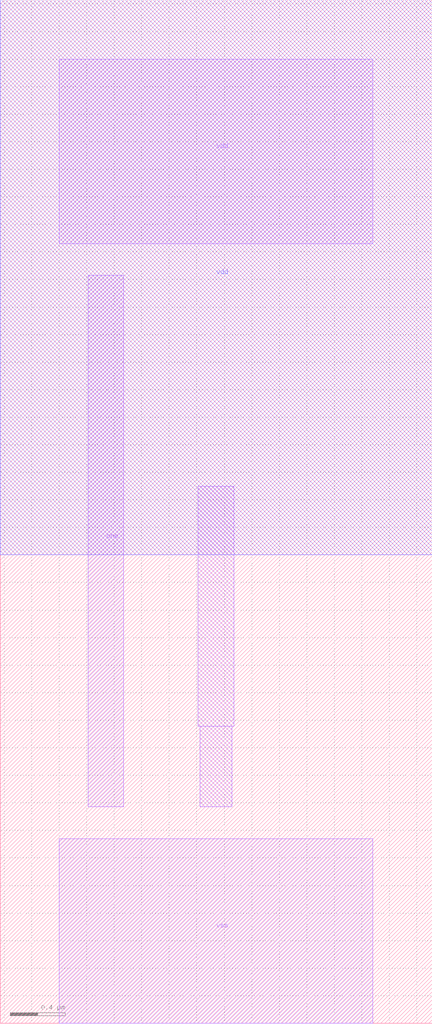
<source format=lef>
VERSION 5.7 ;
  NOWIREEXTENSIONATPIN ON ;
  DIVIDERCHAR "/" ;
  BUSBITCHARS "[]" ;
MACRO one_x1
  CLASS BLOCK ;
  FOREIGN one_x1 ;
  ORIGIN 0.430 0.000 ;
  SIZE 3.140 BY 7.430 ;
  PIN vss
    ANTENNADIFFAREA 1.399800 ;
    PORT
      LAYER Metal1 ;
        RECT 0.000 0.000 2.280 1.340 ;
    END
  END vss
  PIN one
    ANTENNAGATEAREA 0.432600 ;
    ANTENNADIFFAREA 0.767800 ;
    PORT
      LAYER Metal1 ;
        RECT 0.210 1.570 0.470 5.430 ;
    END
  END one
  PIN vdd
    ANTENNADIFFAREA 1.487800 ;
    PORT
      LAYER Nwell ;
        RECT -0.430 3.400 2.710 7.430 ;
      LAYER Metal1 ;
        RECT 0.000 5.660 2.280 7.000 ;
    END
  END vdd
  OBS
      LAYER Metal1 ;
        RECT 1.010 2.155 1.270 3.900 ;
        RECT 1.025 1.570 1.255 2.155 ;
  END
END one_x1
END LIBRARY


</source>
